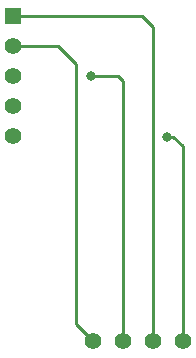
<source format=gbr>
G04 #@! TF.GenerationSoftware,KiCad,Pcbnew,(5.1.6-0-10_14)*
G04 #@! TF.CreationDate,2022-12-26T18:06:38+09:00*
G04 #@! TF.ProjectId,cool536trackballparts,636f6f6c-3533-4367-9472-61636b62616c,rev?*
G04 #@! TF.SameCoordinates,Original*
G04 #@! TF.FileFunction,Copper,L2,Bot*
G04 #@! TF.FilePolarity,Positive*
%FSLAX46Y46*%
G04 Gerber Fmt 4.6, Leading zero omitted, Abs format (unit mm)*
G04 Created by KiCad (PCBNEW (5.1.6-0-10_14)) date 2022-12-26 18:06:38*
%MOMM*%
%LPD*%
G01*
G04 APERTURE LIST*
G04 #@! TA.AperFunction,ComponentPad*
%ADD10C,1.397000*%
G04 #@! TD*
G04 #@! TA.AperFunction,ComponentPad*
%ADD11R,1.397000X1.397000*%
G04 #@! TD*
G04 #@! TA.AperFunction,ViaPad*
%ADD12C,0.800000*%
G04 #@! TD*
G04 #@! TA.AperFunction,Conductor*
%ADD13C,0.250000*%
G04 #@! TD*
G04 APERTURE END LIST*
D10*
X43360000Y-70040000D03*
X45900000Y-70040000D03*
X48440000Y-70040000D03*
X50980000Y-70040000D03*
D11*
X36590000Y-42520000D03*
D10*
X36590000Y-45060000D03*
X36590000Y-47600000D03*
X36590000Y-50140000D03*
X36590000Y-52680000D03*
D12*
X49630000Y-52720000D03*
X43180000Y-47620000D03*
D13*
X48440000Y-70040000D02*
X48440000Y-43430000D01*
X47530000Y-42520000D02*
X36590000Y-42520000D01*
X48440000Y-43430000D02*
X47530000Y-42520000D01*
X50980000Y-70040000D02*
X50980000Y-53520000D01*
X50180000Y-52720000D02*
X49630000Y-52720000D01*
X50980000Y-53520000D02*
X50180000Y-52720000D01*
X45900000Y-70040000D02*
X45900000Y-48040000D01*
X45480000Y-47620000D02*
X43180000Y-47620000D01*
X45900000Y-48040000D02*
X45480000Y-47620000D01*
X41893297Y-68573297D02*
X41893297Y-46533297D01*
X43360000Y-70040000D02*
X41893297Y-68573297D01*
X40420000Y-45060000D02*
X36590000Y-45060000D01*
X41893297Y-46533297D02*
X40420000Y-45060000D01*
M02*

</source>
